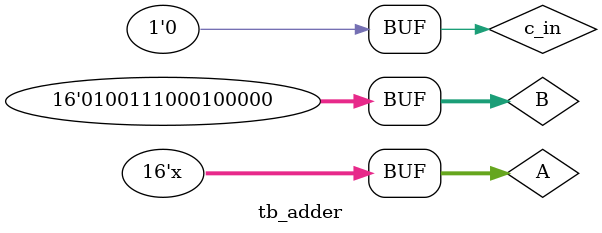
<source format=v>


`timescale 1ns/1ns
module tb_adder();
	reg[15:0] A, B;
	reg c_in;
	
	wire[15:0] Out;
	
	initial begin
		A = 10000;
		B = 20000;
		c_in = 0;
		end
	always #5 A = A + 10000;
	
	//module adder(Sum, A, B, c_in);
	adder add16(.Sum(Out), .A(A), .B(B), .c_in(c_in));
	
endmodule

</source>
